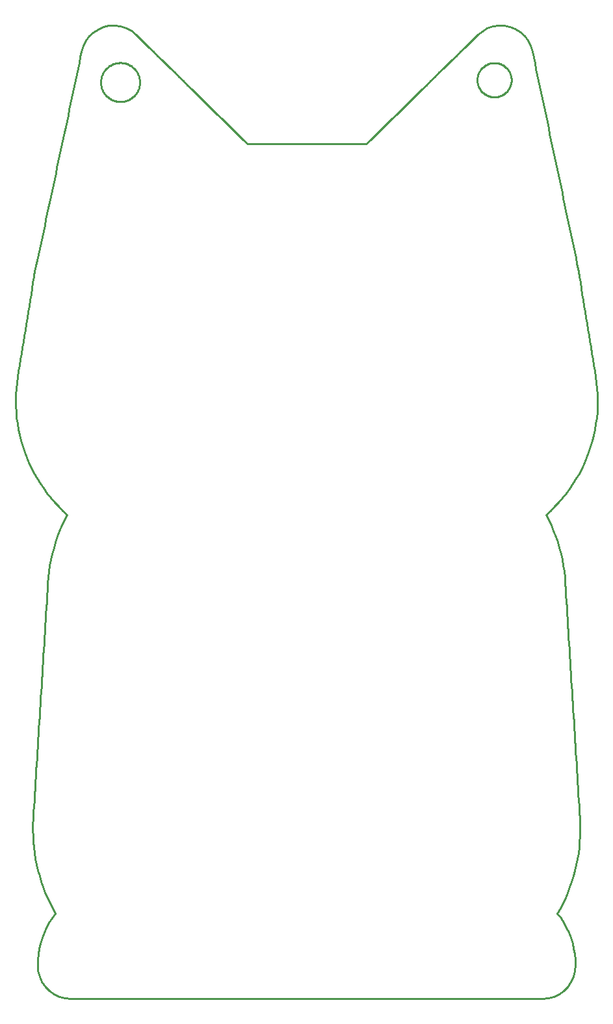
<source format=gbr>
G04 EAGLE Gerber X2 export*
%TF.Part,Single*%
%TF.FileFunction,Profile,NP*%
%TF.FilePolarity,Positive*%
%TF.GenerationSoftware,Autodesk,EAGLE,9.0.1*%
%TF.CreationDate,2018-07-28T04:13:14Z*%
G75*
%MOMM*%
%FSLAX34Y34*%
%LPD*%
%AMOC8*
5,1,8,0,0,1.08239X$1,22.5*%
G01*
%ADD10C,0.254000*%


D10*
X5Y782456D02*
X103Y774796D01*
X500Y767150D01*
X1197Y759524D01*
X2192Y751930D01*
X3484Y744382D01*
X5071Y736891D01*
X6952Y729466D01*
X9121Y722121D01*
X11576Y714868D01*
X14311Y707714D01*
X17324Y700670D01*
X20606Y693752D01*
X24155Y686962D01*
X27962Y680317D01*
X32022Y673822D01*
X36329Y667488D01*
X40874Y661327D01*
X45653Y655342D01*
X50658Y649545D01*
X55881Y643944D01*
X61313Y638548D01*
X66952Y633362D01*
X63422Y626400D01*
X60140Y619317D01*
X57110Y612120D01*
X54338Y604824D01*
X51825Y597430D01*
X49578Y589951D01*
X47598Y582401D01*
X45886Y574782D01*
X44446Y567109D01*
X43278Y559388D01*
X42383Y551635D01*
X41760Y543853D01*
X41273Y536009D01*
X40786Y528166D01*
X40299Y520324D01*
X39812Y512481D01*
X39325Y504639D01*
X38838Y496799D01*
X38351Y488954D01*
X37864Y481111D01*
X37377Y473268D01*
X36890Y465424D01*
X36403Y457583D01*
X35916Y449741D01*
X35429Y441896D01*
X34943Y434055D01*
X34456Y426214D01*
X33968Y418369D01*
X33482Y410525D01*
X32994Y402681D01*
X32507Y394838D01*
X32021Y386995D01*
X31534Y379154D01*
X31047Y371312D01*
X30560Y363469D01*
X30073Y355627D01*
X29586Y347783D01*
X29099Y339943D01*
X28612Y332098D01*
X28125Y324257D01*
X27638Y316415D01*
X27151Y308572D01*
X26664Y300731D01*
X26177Y292885D01*
X25690Y285042D01*
X25203Y277200D01*
X24717Y269356D01*
X24229Y261512D01*
X23743Y253672D01*
X23256Y245828D01*
X22769Y237986D01*
X22439Y230409D01*
X22364Y222827D01*
X22546Y215247D01*
X22987Y207676D01*
X23686Y200123D01*
X24644Y192600D01*
X25860Y185116D01*
X27333Y177679D01*
X29063Y170297D01*
X31046Y162978D01*
X33280Y155733D01*
X35763Y148569D01*
X38491Y141494D01*
X41461Y134516D01*
X44671Y127641D01*
X48113Y120883D01*
X51785Y114246D01*
X47483Y108395D01*
X43576Y102269D01*
X40086Y95901D01*
X37028Y89313D01*
X34417Y82533D01*
X32267Y75595D01*
X30587Y68527D01*
X29386Y61362D01*
X28666Y54131D01*
X28427Y46871D01*
X29073Y39286D01*
X31017Y31926D01*
X34218Y25015D01*
X38579Y18773D01*
X43964Y13388D01*
X50206Y9027D01*
X57112Y5827D01*
X64474Y3882D01*
X72063Y3235D01*
X685819Y3235D01*
X693379Y3895D01*
X700705Y5863D01*
X707576Y9081D01*
X713786Y13445D01*
X719143Y18820D01*
X723478Y25051D01*
X726639Y31947D01*
X728516Y39299D01*
X729056Y46871D01*
X728817Y54132D01*
X728098Y61359D01*
X726896Y68524D01*
X725217Y75592D01*
X723066Y82534D01*
X720455Y89312D01*
X717396Y95902D01*
X713905Y102272D01*
X709997Y108398D01*
X705693Y114252D01*
X709364Y120886D01*
X712806Y127644D01*
X716014Y134515D01*
X718985Y141494D01*
X721713Y148567D01*
X724196Y155731D01*
X726431Y162977D01*
X728415Y170298D01*
X730144Y177680D01*
X731618Y185117D01*
X732834Y192602D01*
X733792Y200127D01*
X734492Y207679D01*
X734932Y215249D01*
X735114Y222826D01*
X735039Y230410D01*
X734710Y237986D01*
X734223Y245830D01*
X733736Y253673D01*
X733249Y261515D01*
X732762Y269358D01*
X732275Y277200D01*
X731788Y285040D01*
X731301Y292884D01*
X730814Y300728D01*
X730327Y308571D01*
X729840Y316415D01*
X729353Y324256D01*
X728867Y332098D01*
X728379Y339942D01*
X727892Y347783D01*
X727406Y355625D01*
X726919Y363470D01*
X726431Y371314D01*
X725944Y379158D01*
X725458Y387001D01*
X724971Y394843D01*
X724484Y402685D01*
X723997Y410527D01*
X723510Y418370D01*
X723023Y426212D01*
X722536Y434055D01*
X722049Y441896D01*
X721562Y449741D01*
X721075Y457582D01*
X720588Y465424D01*
X720101Y473267D01*
X719615Y481108D01*
X719127Y488953D01*
X718640Y496797D01*
X718154Y504639D01*
X717666Y512482D01*
X717179Y520326D01*
X716693Y528167D01*
X716206Y536010D01*
X715719Y543853D01*
X715123Y551624D01*
X714255Y559367D01*
X713114Y567078D01*
X711701Y574740D01*
X710016Y582351D01*
X708061Y589896D01*
X705839Y597364D01*
X703352Y604752D01*
X700603Y612045D01*
X697596Y619235D01*
X694336Y626314D01*
X690826Y633274D01*
X696469Y638457D01*
X701911Y643854D01*
X707143Y649457D01*
X712154Y655254D01*
X716938Y661238D01*
X721492Y667404D01*
X725806Y673741D01*
X729873Y680239D01*
X733686Y686886D01*
X737238Y693676D01*
X740526Y700599D01*
X743544Y707644D01*
X746284Y714800D01*
X748743Y722057D01*
X750917Y729407D01*
X752800Y736834D01*
X754392Y744334D01*
X755688Y751889D01*
X756685Y759486D01*
X757384Y767119D01*
X757782Y774775D01*
X757881Y782438D01*
X757682Y790098D01*
X757186Y797744D01*
X756397Y805368D01*
X755318Y812953D01*
X754073Y820602D01*
X752829Y828252D01*
X751584Y835902D01*
X750339Y843550D01*
X749095Y851197D01*
X747850Y858847D01*
X746606Y866496D01*
X745361Y874146D01*
X744116Y881795D01*
X742871Y889448D01*
X741625Y897099D01*
X740381Y904749D01*
X739136Y912399D01*
X737891Y920051D01*
X736646Y927698D01*
X735401Y935349D01*
X734157Y942997D01*
X734202Y943164D01*
X733203Y949813D01*
X731697Y956970D01*
X731108Y959776D01*
X729491Y967459D01*
X727874Y975144D01*
X726257Y982827D01*
X724640Y990510D01*
X723022Y998195D01*
X721405Y1005880D01*
X719788Y1013564D01*
X718171Y1021248D01*
X716553Y1028931D01*
X714936Y1036615D01*
X713319Y1044298D01*
X711702Y1051984D01*
X710085Y1059667D01*
X708468Y1067350D01*
X706850Y1075035D01*
X705233Y1082719D01*
X703616Y1090404D01*
X701998Y1098089D01*
X700381Y1105772D01*
X698765Y1113454D01*
X697147Y1121138D01*
X695530Y1128823D01*
X693913Y1136505D01*
X692296Y1144188D01*
X690679Y1151871D01*
X689061Y1159558D01*
X687444Y1167245D01*
X685827Y1174927D01*
X684210Y1182610D01*
X682593Y1190292D01*
X680975Y1197979D01*
X679358Y1205663D01*
X677741Y1213348D01*
X676123Y1221033D01*
X674506Y1228717D01*
X672889Y1236400D01*
X670713Y1243627D01*
X667293Y1250353D01*
X662705Y1256345D01*
X657107Y1261402D01*
X650698Y1265378D01*
X643688Y1268172D01*
X636298Y1269705D01*
X628754Y1269923D01*
X621293Y1268796D01*
X614159Y1266337D01*
X607591Y1262627D01*
X601777Y1257815D01*
X596196Y1252343D01*
X590618Y1246874D01*
X585041Y1241405D01*
X579460Y1235934D01*
X573880Y1230462D01*
X568299Y1224990D01*
X562719Y1219519D01*
X557142Y1214050D01*
X551564Y1208582D01*
X545984Y1203111D01*
X540404Y1197640D01*
X534825Y1192170D01*
X529246Y1186699D01*
X523667Y1181229D01*
X518089Y1175760D01*
X512511Y1170291D01*
X506932Y1164822D01*
X501354Y1159352D01*
X495775Y1153881D01*
X490194Y1148410D01*
X484617Y1142942D01*
X479038Y1137471D01*
X473459Y1132001D01*
X467882Y1126533D01*
X462301Y1121061D01*
X456722Y1115591D01*
X301971Y1115591D01*
X296390Y1121063D01*
X290812Y1126532D01*
X285235Y1132000D01*
X279654Y1137472D01*
X274074Y1142943D01*
X268493Y1148415D01*
X262913Y1153886D01*
X257336Y1159355D01*
X251759Y1164823D01*
X246178Y1170295D01*
X240598Y1175766D01*
X235020Y1181236D01*
X229440Y1186706D01*
X223861Y1192177D01*
X218283Y1197646D01*
X212705Y1203114D01*
X207126Y1208584D01*
X201548Y1214054D01*
X195968Y1219524D01*
X190388Y1224996D01*
X184811Y1230464D01*
X179232Y1235934D01*
X173653Y1241404D01*
X168076Y1246873D01*
X162495Y1252345D01*
X156916Y1257815D01*
X150804Y1262830D01*
X143871Y1266628D01*
X136343Y1269040D01*
X128494Y1269985D01*
X121142Y1269539D01*
X113970Y1267846D01*
X107194Y1264964D01*
X101012Y1260963D01*
X95620Y1255942D01*
X91207Y1250045D01*
X87913Y1243459D01*
X85804Y1236400D01*
X84204Y1228846D01*
X82603Y1221292D01*
X81003Y1213737D01*
X79402Y1206182D01*
X77802Y1198625D01*
X76202Y1191071D01*
X74601Y1183516D01*
X73001Y1175962D01*
X71400Y1168406D01*
X69801Y1160853D01*
X68200Y1153296D01*
X66600Y1145741D01*
X65000Y1138189D01*
X63399Y1130633D01*
X61799Y1123078D01*
X60199Y1115525D01*
X58598Y1107967D01*
X56998Y1100413D01*
X55397Y1092858D01*
X53797Y1085303D01*
X52197Y1077747D01*
X50596Y1070191D01*
X48996Y1062637D01*
X47395Y1055081D01*
X45795Y1047525D01*
X44195Y1039971D01*
X42594Y1032416D01*
X40994Y1024862D01*
X39394Y1017307D01*
X37793Y1009750D01*
X36193Y1002196D01*
X34592Y994641D01*
X32992Y987087D01*
X31392Y979531D01*
X29791Y971977D01*
X27837Y964556D01*
X26162Y957069D01*
X24789Y949523D01*
X23978Y944526D01*
X23580Y942656D01*
X23683Y942718D01*
X22441Y935085D01*
X21199Y927452D01*
X19957Y919818D01*
X18715Y912186D01*
X17474Y904555D01*
X16232Y896922D01*
X14990Y889290D01*
X13748Y881656D01*
X12506Y874024D01*
X11263Y866387D01*
X10021Y858752D01*
X8779Y851119D01*
X7536Y843485D01*
X6294Y835850D01*
X5052Y828219D01*
X3810Y820585D01*
X2568Y812953D01*
X1490Y805371D01*
X701Y797755D01*
X205Y790113D01*
X5Y782456D01*
X161798Y1195119D02*
X161718Y1193696D01*
X161559Y1192280D01*
X161320Y1190875D01*
X161003Y1189485D01*
X160608Y1188116D01*
X160137Y1186770D01*
X159592Y1185453D01*
X158973Y1184169D01*
X158284Y1182922D01*
X157526Y1181715D01*
X156701Y1180553D01*
X155812Y1179438D01*
X154862Y1178375D01*
X153855Y1177368D01*
X152792Y1176418D01*
X151677Y1175529D01*
X150515Y1174704D01*
X149308Y1173946D01*
X148061Y1173257D01*
X146777Y1172638D01*
X145460Y1172093D01*
X144114Y1171622D01*
X142745Y1171227D01*
X141355Y1170910D01*
X139950Y1170672D01*
X138534Y1170512D01*
X137111Y1170432D01*
X135685Y1170432D01*
X134262Y1170512D01*
X132846Y1170672D01*
X131441Y1170910D01*
X130051Y1171227D01*
X128682Y1171622D01*
X127336Y1172093D01*
X126019Y1172638D01*
X124735Y1173257D01*
X123488Y1173946D01*
X122281Y1174704D01*
X121119Y1175529D01*
X120004Y1176418D01*
X118941Y1177368D01*
X117934Y1178375D01*
X116984Y1179438D01*
X116095Y1180553D01*
X115270Y1181715D01*
X114512Y1182922D01*
X113823Y1184169D01*
X113204Y1185453D01*
X112659Y1186770D01*
X112188Y1188116D01*
X111793Y1189485D01*
X111476Y1190875D01*
X111238Y1192280D01*
X111078Y1193696D01*
X110998Y1195119D01*
X110998Y1196545D01*
X111078Y1197968D01*
X111238Y1199384D01*
X111476Y1200789D01*
X111793Y1202179D01*
X112188Y1203548D01*
X112659Y1204894D01*
X113204Y1206211D01*
X113823Y1207495D01*
X114512Y1208742D01*
X115270Y1209949D01*
X116095Y1211111D01*
X116984Y1212226D01*
X117934Y1213289D01*
X118941Y1214296D01*
X120004Y1215246D01*
X121119Y1216135D01*
X122281Y1216960D01*
X123488Y1217718D01*
X124735Y1218407D01*
X126019Y1219026D01*
X127336Y1219571D01*
X128682Y1220042D01*
X130051Y1220437D01*
X131441Y1220754D01*
X132846Y1220993D01*
X134262Y1221152D01*
X135685Y1221232D01*
X137111Y1221232D01*
X138534Y1221152D01*
X139950Y1220993D01*
X141355Y1220754D01*
X142745Y1220437D01*
X144114Y1220042D01*
X145460Y1219571D01*
X146777Y1219026D01*
X148061Y1218407D01*
X149308Y1217718D01*
X150515Y1216960D01*
X151677Y1216135D01*
X152792Y1215246D01*
X153855Y1214296D01*
X154862Y1213289D01*
X155812Y1212226D01*
X156701Y1211111D01*
X157526Y1209949D01*
X158284Y1208742D01*
X158973Y1207495D01*
X159592Y1206211D01*
X160137Y1204894D01*
X160608Y1203548D01*
X161003Y1202179D01*
X161320Y1200789D01*
X161559Y1199384D01*
X161718Y1197968D01*
X161798Y1196545D01*
X161798Y1195119D01*
X645795Y1198256D02*
X645725Y1197011D01*
X645585Y1195772D01*
X645377Y1194542D01*
X645099Y1193327D01*
X644754Y1192128D01*
X644342Y1190951D01*
X643865Y1189799D01*
X643323Y1188675D01*
X642720Y1187584D01*
X642057Y1186528D01*
X641335Y1185510D01*
X640557Y1184535D01*
X639726Y1183606D01*
X638845Y1182724D01*
X637915Y1181893D01*
X636940Y1181115D01*
X635922Y1180393D01*
X634866Y1179730D01*
X633775Y1179127D01*
X632651Y1178585D01*
X631499Y1178108D01*
X630322Y1177696D01*
X629123Y1177351D01*
X627908Y1177073D01*
X626678Y1176865D01*
X625439Y1176725D01*
X624194Y1176655D01*
X622946Y1176655D01*
X621701Y1176725D01*
X620462Y1176865D01*
X619232Y1177073D01*
X618017Y1177351D01*
X616818Y1177696D01*
X615641Y1178108D01*
X614489Y1178585D01*
X613365Y1179127D01*
X612274Y1179730D01*
X611218Y1180393D01*
X610200Y1181115D01*
X609225Y1181893D01*
X608296Y1182724D01*
X607414Y1183606D01*
X606583Y1184535D01*
X605805Y1185510D01*
X605083Y1186528D01*
X604420Y1187584D01*
X603817Y1188675D01*
X603275Y1189799D01*
X602798Y1190951D01*
X602386Y1192128D01*
X602041Y1193327D01*
X601763Y1194542D01*
X601555Y1195772D01*
X601415Y1197011D01*
X601345Y1198256D01*
X601345Y1199504D01*
X601415Y1200749D01*
X601555Y1201988D01*
X601763Y1203218D01*
X602041Y1204433D01*
X602386Y1205632D01*
X602798Y1206809D01*
X603275Y1207961D01*
X603817Y1209085D01*
X604420Y1210176D01*
X605083Y1211232D01*
X605805Y1212250D01*
X606583Y1213225D01*
X607414Y1214155D01*
X608296Y1215036D01*
X609225Y1215867D01*
X610200Y1216645D01*
X611218Y1217367D01*
X612274Y1218030D01*
X613365Y1218633D01*
X614489Y1219175D01*
X615641Y1219652D01*
X616818Y1220064D01*
X618017Y1220409D01*
X619232Y1220687D01*
X620462Y1220895D01*
X621701Y1221035D01*
X622946Y1221105D01*
X624194Y1221105D01*
X625439Y1221035D01*
X626678Y1220895D01*
X627908Y1220687D01*
X629123Y1220409D01*
X630322Y1220064D01*
X631499Y1219652D01*
X632651Y1219175D01*
X633775Y1218633D01*
X634866Y1218030D01*
X635922Y1217367D01*
X636940Y1216645D01*
X637915Y1215867D01*
X638845Y1215036D01*
X639726Y1214155D01*
X640557Y1213225D01*
X641335Y1212250D01*
X642057Y1211232D01*
X642720Y1210176D01*
X643323Y1209085D01*
X643865Y1207961D01*
X644342Y1206809D01*
X644754Y1205632D01*
X645099Y1204433D01*
X645377Y1203218D01*
X645585Y1201988D01*
X645725Y1200749D01*
X645795Y1199504D01*
X645795Y1198256D01*
X161798Y1195119D02*
X161718Y1193696D01*
X161559Y1192280D01*
X161320Y1190875D01*
X161003Y1189485D01*
X160608Y1188116D01*
X160137Y1186770D01*
X159592Y1185453D01*
X158973Y1184169D01*
X158284Y1182922D01*
X157526Y1181715D01*
X156701Y1180553D01*
X155812Y1179438D01*
X154862Y1178375D01*
X153855Y1177368D01*
X152792Y1176418D01*
X151677Y1175529D01*
X150515Y1174704D01*
X149308Y1173946D01*
X148061Y1173257D01*
X146777Y1172638D01*
X145460Y1172093D01*
X144114Y1171622D01*
X142745Y1171227D01*
X141355Y1170910D01*
X139950Y1170672D01*
X138534Y1170512D01*
X137111Y1170432D01*
X135685Y1170432D01*
X134262Y1170512D01*
X132846Y1170672D01*
X131441Y1170910D01*
X130051Y1171227D01*
X128682Y1171622D01*
X127336Y1172093D01*
X126019Y1172638D01*
X124735Y1173257D01*
X123488Y1173946D01*
X122281Y1174704D01*
X121119Y1175529D01*
X120004Y1176418D01*
X118941Y1177368D01*
X117934Y1178375D01*
X116984Y1179438D01*
X116095Y1180553D01*
X115270Y1181715D01*
X114512Y1182922D01*
X113823Y1184169D01*
X113204Y1185453D01*
X112659Y1186770D01*
X112188Y1188116D01*
X111793Y1189485D01*
X111476Y1190875D01*
X111238Y1192280D01*
X111078Y1193696D01*
X110998Y1195119D01*
X110998Y1196545D01*
X111078Y1197968D01*
X111238Y1199384D01*
X111476Y1200789D01*
X111793Y1202179D01*
X112188Y1203548D01*
X112659Y1204894D01*
X113204Y1206211D01*
X113823Y1207495D01*
X114512Y1208742D01*
X115270Y1209949D01*
X116095Y1211111D01*
X116984Y1212226D01*
X117934Y1213289D01*
X118941Y1214296D01*
X120004Y1215246D01*
X121119Y1216135D01*
X122281Y1216960D01*
X123488Y1217718D01*
X124735Y1218407D01*
X126019Y1219026D01*
X127336Y1219571D01*
X128682Y1220042D01*
X130051Y1220437D01*
X131441Y1220754D01*
X132846Y1220993D01*
X134262Y1221152D01*
X135685Y1221232D01*
X137111Y1221232D01*
X138534Y1221152D01*
X139950Y1220993D01*
X141355Y1220754D01*
X142745Y1220437D01*
X144114Y1220042D01*
X145460Y1219571D01*
X146777Y1219026D01*
X148061Y1218407D01*
X149308Y1217718D01*
X150515Y1216960D01*
X151677Y1216135D01*
X152792Y1215246D01*
X153855Y1214296D01*
X154862Y1213289D01*
X155812Y1212226D01*
X156701Y1211111D01*
X157526Y1209949D01*
X158284Y1208742D01*
X158973Y1207495D01*
X159592Y1206211D01*
X160137Y1204894D01*
X160608Y1203548D01*
X161003Y1202179D01*
X161320Y1200789D01*
X161559Y1199384D01*
X161718Y1197968D01*
X161798Y1196545D01*
X161798Y1195119D01*
X645795Y1198256D02*
X645725Y1197011D01*
X645585Y1195772D01*
X645377Y1194542D01*
X645099Y1193327D01*
X644754Y1192128D01*
X644342Y1190951D01*
X643865Y1189799D01*
X643323Y1188675D01*
X642720Y1187584D01*
X642057Y1186528D01*
X641335Y1185510D01*
X640557Y1184535D01*
X639726Y1183606D01*
X638845Y1182724D01*
X637915Y1181893D01*
X636940Y1181115D01*
X635922Y1180393D01*
X634866Y1179730D01*
X633775Y1179127D01*
X632651Y1178585D01*
X631499Y1178108D01*
X630322Y1177696D01*
X629123Y1177351D01*
X627908Y1177073D01*
X626678Y1176865D01*
X625439Y1176725D01*
X624194Y1176655D01*
X622946Y1176655D01*
X621701Y1176725D01*
X620462Y1176865D01*
X619232Y1177073D01*
X618017Y1177351D01*
X616818Y1177696D01*
X615641Y1178108D01*
X614489Y1178585D01*
X613365Y1179127D01*
X612274Y1179730D01*
X611218Y1180393D01*
X610200Y1181115D01*
X609225Y1181893D01*
X608296Y1182724D01*
X607414Y1183606D01*
X606583Y1184535D01*
X605805Y1185510D01*
X605083Y1186528D01*
X604420Y1187584D01*
X603817Y1188675D01*
X603275Y1189799D01*
X602798Y1190951D01*
X602386Y1192128D01*
X602041Y1193327D01*
X601763Y1194542D01*
X601555Y1195772D01*
X601415Y1197011D01*
X601345Y1198256D01*
X601345Y1199504D01*
X601415Y1200749D01*
X601555Y1201988D01*
X601763Y1203218D01*
X602041Y1204433D01*
X602386Y1205632D01*
X602798Y1206809D01*
X603275Y1207961D01*
X603817Y1209085D01*
X604420Y1210176D01*
X605083Y1211232D01*
X605805Y1212250D01*
X606583Y1213225D01*
X607414Y1214155D01*
X608296Y1215036D01*
X609225Y1215867D01*
X610200Y1216645D01*
X611218Y1217367D01*
X612274Y1218030D01*
X613365Y1218633D01*
X614489Y1219175D01*
X615641Y1219652D01*
X616818Y1220064D01*
X618017Y1220409D01*
X619232Y1220687D01*
X620462Y1220895D01*
X621701Y1221035D01*
X622946Y1221105D01*
X624194Y1221105D01*
X625439Y1221035D01*
X626678Y1220895D01*
X627908Y1220687D01*
X629123Y1220409D01*
X630322Y1220064D01*
X631499Y1219652D01*
X632651Y1219175D01*
X633775Y1218633D01*
X634866Y1218030D01*
X635922Y1217367D01*
X636940Y1216645D01*
X637915Y1215867D01*
X638845Y1215036D01*
X639726Y1214155D01*
X640557Y1213225D01*
X641335Y1212250D01*
X642057Y1211232D01*
X642720Y1210176D01*
X643323Y1209085D01*
X643865Y1207961D01*
X644342Y1206809D01*
X644754Y1205632D01*
X645099Y1204433D01*
X645377Y1203218D01*
X645585Y1201988D01*
X645725Y1200749D01*
X645795Y1199504D01*
X645795Y1198256D01*
M02*

</source>
